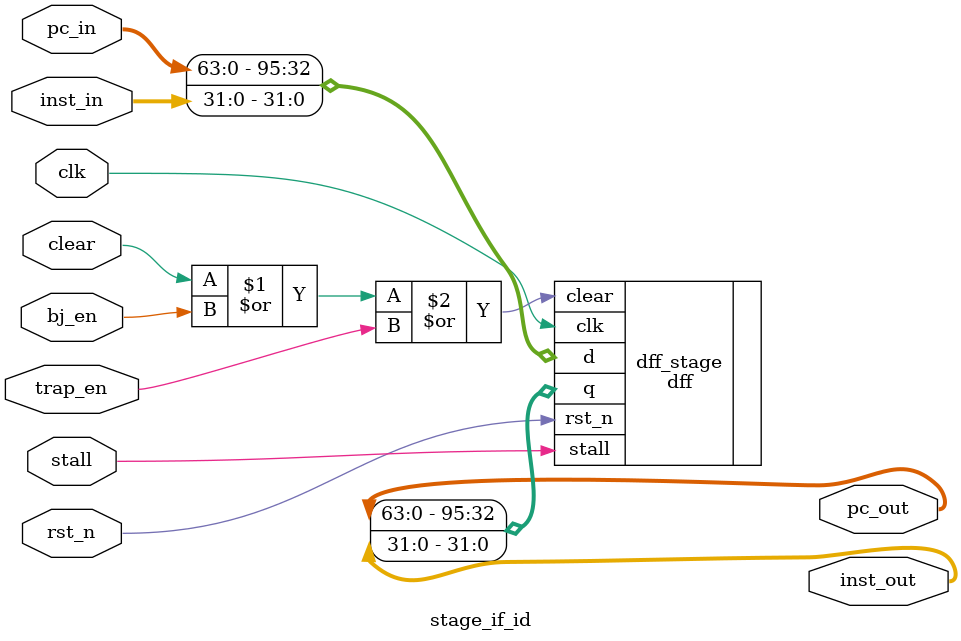
<source format=sv>
module stage_if_id (
    input   wire    clk,
    input   wire    rst_n,

    input   wire    clear,
    input   wire    stall,
    input   wire    bj_en,
    input   wire    trap_en,

    input   wire    [31:0] inst_in, 
    input   wire    [63:0] pc_in,
    output  wire    [31:0] inst_out, 
    output  wire    [63:0] pc_out
);

    dff #(96, 96'b1) dff_stage (
        .clk        (clk),
        .rst_n      (rst_n),
        .clear      (clear | bj_en | trap_en),
        .stall      (stall),
        .d          ({pc_in, inst_in}),
        .q          ({pc_out, inst_out})
    );
    
endmodule

</source>
